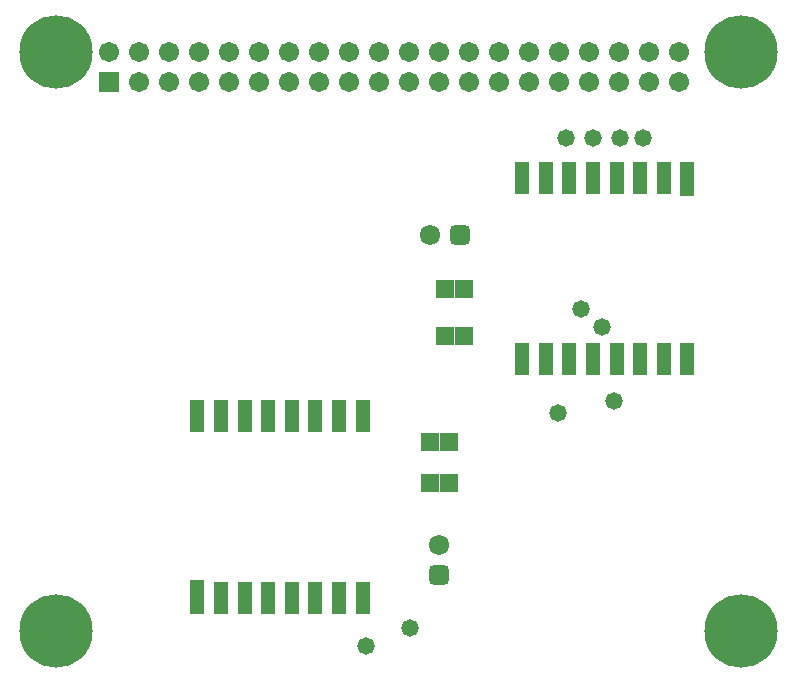
<source format=gts>
G04*
G04 #@! TF.GenerationSoftware,Altium Limited,Altium Designer,24.10.1 (45)*
G04*
G04 Layer_Color=8388736*
%FSLAX44Y44*%
%MOMM*%
G71*
G04*
G04 #@! TF.SameCoordinates,18B26EA7-4F74-4CB2-AD54-755A6D8BF582*
G04*
G04*
G04 #@! TF.FilePolarity,Negative*
G04*
G01*
G75*
%ADD18R,1.5032X1.6032*%
%ADD19R,1.3032X3.0032*%
%ADD20R,1.3032X2.8032*%
%ADD21R,1.7032X1.7032*%
%ADD22C,1.7032*%
G04:AMPARAMS|DCode=23|XSize=1.7232mm|YSize=1.7232mm|CornerRadius=0.4816mm|HoleSize=0mm|Usage=FLASHONLY|Rotation=90.000|XOffset=0mm|YOffset=0mm|HoleType=Round|Shape=RoundedRectangle|*
%AMROUNDEDRECTD23*
21,1,1.7232,0.7600,0,0,90.0*
21,1,0.7600,1.7232,0,0,90.0*
1,1,0.9632,0.3800,0.3800*
1,1,0.9632,0.3800,-0.3800*
1,1,0.9632,-0.3800,-0.3800*
1,1,0.9632,-0.3800,0.3800*
%
%ADD23ROUNDEDRECTD23*%
%ADD24C,1.7232*%
G04:AMPARAMS|DCode=25|XSize=1.7232mm|YSize=1.7232mm|CornerRadius=0.4816mm|HoleSize=0mm|Usage=FLASHONLY|Rotation=180.000|XOffset=0mm|YOffset=0mm|HoleType=Round|Shape=RoundedRectangle|*
%AMROUNDEDRECTD25*
21,1,1.7232,0.7600,0,0,180.0*
21,1,0.7600,1.7232,0,0,180.0*
1,1,0.9632,-0.3800,0.3800*
1,1,0.9632,0.3800,0.3800*
1,1,0.9632,0.3800,-0.3800*
1,1,0.9632,-0.3800,-0.3800*
%
%ADD25ROUNDEDRECTD25*%
%ADD26C,6.2032*%
%ADD27C,1.4732*%
D18*
X546000Y490000D02*
D03*
X530000D02*
D03*
X517000Y360000D02*
D03*
X533000D02*
D03*
X517000Y325000D02*
D03*
X533000D02*
D03*
X546000Y450000D02*
D03*
X530000D02*
D03*
D19*
X735000Y583000D02*
D03*
X320000Y229000D02*
D03*
D20*
X715000Y584000D02*
D03*
X695000D02*
D03*
X675000D02*
D03*
X654999D02*
D03*
X635000D02*
D03*
X615000D02*
D03*
X595000D02*
D03*
Y430000D02*
D03*
X615000D02*
D03*
X635000D02*
D03*
X654999D02*
D03*
X675000D02*
D03*
X695000D02*
D03*
X715000D02*
D03*
X735000D02*
D03*
X320000Y382000D02*
D03*
X340000D02*
D03*
X360000D02*
D03*
X380000D02*
D03*
X400000D02*
D03*
X420000D02*
D03*
X440000D02*
D03*
X460000D02*
D03*
Y228000D02*
D03*
X440000D02*
D03*
X420000D02*
D03*
X400000D02*
D03*
X380000D02*
D03*
X360000D02*
D03*
X340000D02*
D03*
D21*
X245202Y664801D02*
D03*
D22*
Y690201D02*
D03*
X270602Y664801D02*
D03*
Y690201D02*
D03*
X296002Y664801D02*
D03*
Y690201D02*
D03*
X321402Y664801D02*
D03*
Y690201D02*
D03*
X346802Y664801D02*
D03*
Y690201D02*
D03*
X372202Y664801D02*
D03*
Y690201D02*
D03*
X397602Y664801D02*
D03*
Y690201D02*
D03*
X423002Y664801D02*
D03*
Y690201D02*
D03*
X448402Y664801D02*
D03*
Y690201D02*
D03*
X473802Y664801D02*
D03*
Y690201D02*
D03*
X499202Y664801D02*
D03*
Y690201D02*
D03*
X524602Y664801D02*
D03*
Y690201D02*
D03*
X550002Y664801D02*
D03*
Y690201D02*
D03*
X575402Y664801D02*
D03*
Y690201D02*
D03*
X600802Y664801D02*
D03*
Y690201D02*
D03*
X626202Y664801D02*
D03*
Y690201D02*
D03*
X727802D02*
D03*
Y664801D02*
D03*
X702402Y690201D02*
D03*
Y664801D02*
D03*
X677002Y690201D02*
D03*
Y664801D02*
D03*
X651602Y690201D02*
D03*
Y664801D02*
D03*
D23*
X525000Y247300D02*
D03*
D24*
Y272700D02*
D03*
X517300Y535000D02*
D03*
D25*
X542700D02*
D03*
D26*
X780000Y200000D02*
D03*
Y690000D02*
D03*
X200000Y200000D02*
D03*
Y690000D02*
D03*
D27*
X462500Y187500D02*
D03*
X500000Y202500D02*
D03*
X625000Y385000D02*
D03*
X672500Y395000D02*
D03*
X662500Y457500D02*
D03*
X645000Y472500D02*
D03*
X697500Y617500D02*
D03*
X677500D02*
D03*
X655000D02*
D03*
X632500D02*
D03*
M02*

</source>
